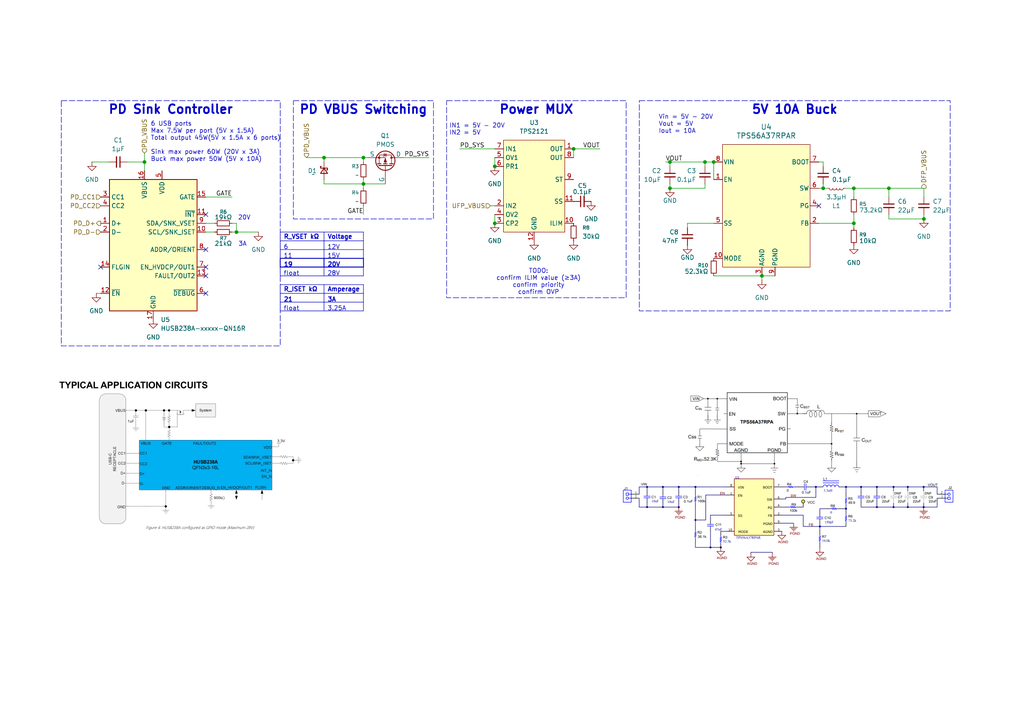
<source format=kicad_sch>
(kicad_sch (version 20250114) (generator "eeschema") (generator_version "9.0")
  (paper "A4")
  (title_block (title "Power delivery components") (date "2025-12-10") (rev "R1") (company "https://pips.engineering"))
  (lib_symbols
    (symbol "Device:C_Small" (pin_numbers (hide yes)) (pin_names (offset 0.254) (hide yes))
      (property "Reference" "C" (at 0.254 1.778 0))
      (property "Value" "C_Small" (at 0.254 -2.032 0))
      (symbol "C_Small_0_1"
        (polyline (pts (xy -1.524 0.508) (xy 1.524 0.508)) (stroke (width 0.3048)))
        (polyline (pts (xy -1.524 -0.508) (xy 1.524 -0.508)) (stroke (width 0.3302)))
      )
      (symbol "C_Small_1_1"
        (pin passive line (at 0 2.54 270) (length 2.032) (name "~") (number "1"))
        (pin passive line (at 0 -2.54 90) (length 2.032) (name "~") (number "2"))
      )
    )
    (symbol "Device:D_Schottky_Small" (pin_numbers (hide yes)) (pin_names (offset 0.254) (hide yes))
      (property "Reference" "D" (at -1.27 2.032 0))
      (property "Value" "D_Schottky_Small" (at -7.112 -2.032 0))
      (symbol "D_Schottky_Small_0_1"
        (polyline (pts (xy -1.27 0.762) (xy -1.27 1.016) (xy -0.762 1.016) (xy -0.762 -1.016) (xy -0.254 -1.016) (xy -0.254 -0.762)) (stroke (width 0.254)))
        (polyline (pts (xy -0.762 0) (xy 0.762 0)))
        (polyline (pts (xy 0.762 -1.016) (xy -0.762 0) (xy 0.762 1.016) (xy 0.762 -1.016)) (stroke (width 0.254)))
      )
      (symbol "D_Schottky_Small_1_1"
        (pin passive line (at -2.54 0 0) (length 1.778) (name "K") (number "1"))
        (pin passive line (at 2.54 0 180) (length 1.778) (name "A") (number "2"))
      )
    )
    (symbol "Device:L_Small" (pin_numbers (hide yes)) (pin_names (offset 0.254) (hide yes))
      (property "Reference" "L" (at 0.762 1.016 0))
      (property "Value" "L_Small" (at 0.762 -1.016 0))
      (symbol "L_Small_0_1"
        (arc (start 0 2.032) (mid 0.5058 1.524) (end 0 1.016))
        (arc (start 0 1.016) (mid 0.5058 0.508) (end 0 0))
        (arc (start 0 0) (mid 0.5058 -0.508) (end 0 -1.016))
        (arc (start 0 -1.016) (mid 0.5058 -1.524) (end 0 -2.032))
      )
      (symbol "L_Small_1_1"
        (pin passive line (at 0 2.54 270) (length 0.508) (name "~") (number "1"))
        (pin passive line (at 0 -2.54 90) (length 0.508) (name "~") (number "2"))
      )
    )
    (symbol "Device:R_Small" (pin_numbers (hide yes)) (pin_names (offset 0.254) (hide yes))
      (property "Reference" "R" (at 0 0 90))
      (property "Value" "R_Small" (at 1.778 0 90))
      (symbol "R_Small_0_1"
        (rectangle (start -0.762 1.778) (end 0.762 -1.778) (stroke (width 0.2032)))
      )
      (symbol "R_Small_1_1"
        (pin passive line (at 0 2.54 270) (length 0.762) (name "~") (number "1"))
        (pin passive line (at 0 -2.54 90) (length 0.762) (name "~") (number "2"))
      )
    )
    (symbol "Interface_USB:HUSB238A-xxxxx-QN16R"
      (property "Reference" "U" (at -11.176 22.352 0))
      (property "Value" "HUSB238A-xxxxx-QN16R" (at 16.764 22.352 0))
      (symbol "HUSB238A-xxxxx-QN16R_1_1"
        (rectangle (start -12.7 20.32) (end 12.7 -17.78) (stroke (width 0.254)) (fill (type background)))
        (pin bidirectional line (at -15.24 15.24 0) (length 2.54) (name "CC1") (number "3"))
        (pin bidirectional line (at -15.24 12.7 0) (length 2.54) (name "CC2") (number "4"))
        (pin bidirectional line (at -15.24 7.62 0) (length 2.54) (name "D+") (number "1"))
        (pin bidirectional line (at -15.24 5.08 0) (length 2.54) (name "D-") (number "2"))
        (pin input line (at -15.24 -5.08 0) (length 2.54) (name "FLGIN") (number "14"))
        (pin input line (at -15.24 -12.7 0) (length 2.54) (name "~{EN}") (number "12"))
        (pin power_in line (at -2.54 22.86 270) (length 2.54) (name "VBUS") (number "16"))
        (pin power_in line (at 0 -20.32 90) (length 2.54) (name "GND") (number "17"))
        (pin power_in line (at 2.54 22.86 270) (length 2.54) (name "VDD") (number "5"))
        (pin open_collector line (at 15.24 15.24 180) (length 2.54) (name "GATE") (number "15"))
        (pin open_collector line (at 15.24 10.16 180) (length 2.54) (name "~{INT}") (number "11"))
        (pin bidirectional line (at 15.24 7.62 180) (length 2.54) (name "SDA/SNK_VSET") (number "9"))
        (pin input line (at 15.24 5.08 180) (length 2.54) (name "SCL/SNK_ISET") (number "10"))
        (pin bidirectional line (at 15.24 0 180) (length 2.54) (name "ADDR/ORIENT") (number "8"))
        (pin bidirectional line (at 15.24 -5.08 180) (length 2.54) (name "EN_HVDCP/OUT1") (number "7"))
        (pin output line (at 15.24 -7.62 180) (length 2.54) (name "FAULT/OUT2") (number "13"))
        (pin output line (at 15.24 -12.7 180) (length 2.54) (name "~{DEBUG}") (number "6"))
      )
    )
    (symbol "Simulation_SPICE:PMOS" (pin_numbers (hide yes)) (pin_names (offset 0))
      (property "Reference" "Q" (at 5.08 1.27 0))
      (property "Value" "PMOS" (at 5.08 -1.27 0))
      (symbol "PMOS_0_1"
        (polyline (pts (xy 0.254 1.905) (xy 0.254 -1.905)) (stroke (width 0.254)))
        (polyline (pts (xy 0.254 0) (xy -2.54 0)))
        (polyline (pts (xy 0.762 2.286) (xy 0.762 1.27)) (stroke (width 0.254)))
        (polyline (pts (xy 0.762 1.778) (xy 3.302 1.778) (xy 3.302 -1.778) (xy 0.762 -1.778)))
        (polyline (pts (xy 0.762 0.508) (xy 0.762 -0.508)) (stroke (width 0.254)))
        (polyline (pts (xy 0.762 -1.27) (xy 0.762 -2.286)) (stroke (width 0.254)))
        (circle (center 1.651 0) (radius 2.794) (stroke (width 0.254)))
        (polyline (pts (xy 2.286 0) (xy 1.27 0.381) (xy 1.27 -0.381) (xy 2.286 0)) (fill (type outline)))
        (polyline (pts (xy 2.54 2.54) (xy 2.54 1.778)))
        (circle (center 2.54 1.778) (radius 0.254) (fill (type outline)))
        (circle (center 2.54 -1.778) (radius 0.254) (fill (type outline)))
        (polyline (pts (xy 2.54 -2.54) (xy 2.54 0) (xy 0.762 0)))
        (polyline (pts (xy 2.794 -0.508) (xy 2.921 -0.381) (xy 3.683 -0.381) (xy 3.81 -0.254)))
        (polyline (pts (xy 3.302 -0.381) (xy 2.921 0.254) (xy 3.683 0.254) (xy 3.302 -0.381)))
      )
      (symbol "PMOS_1_1"
        (pin input line (at -5.08 0 0) (length 2.54) (name "G") (number "2"))
        (pin passive line (at 2.54 5.08 270) (length 2.54) (name "D") (number "1"))
        (pin passive line (at 2.54 -5.08 90) (length 2.54) (name "S") (number "3"))
      )
    )
    (symbol "TPS2121:TPS2121"
      (property "Reference" "U" (at 0 0 0))
      (property "Value" "TPS2121" (at 0 0 0))
      (symbol "TPS2121_0_1"
        (rectangle (start -8.89 -1.27) (end 8.89 -27.94) (fill (type background)))
      )
      (symbol "TPS2121_1_1"
        (pin input line (at -11.43 -3.81 0) (length 2.54) (name "IN1") (number "7"))
        (pin input line (at -11.43 -6.35 0) (length 2.54) (name "OV1") (number "5"))
        (pin input line (at -11.43 -8.89 0) (length 2.54) (name "PR1") (number "6"))
        (pin input line (at -11.43 -20.32 0) (length 2.54) (name "IN2") (number "2"))
        (pin input line (at -11.43 -22.86 0) (length 2.54) (name "OV2") (number "4"))
        (pin input line (at -11.43 -25.4 0) (length 2.54) (name "CP2") (number "3"))
        (pin input line (at 0 -30.48 90) (length 2.54) (name "GND") (number "12"))
        (pin input line (at 11.43 -3.81 180) (length 2.54) (name "OUT") (number "1"))
        (pin input line (at 11.43 -6.35 180) (length 2.54) (name "OUT") (number "8"))
        (pin input line (at 11.43 -12.7 180) (length 2.54) (name "ST") (number "9"))
        (pin input line (at 11.43 -19.05 180) (length 2.54) (name "SS") (number "11"))
        (pin input line (at 11.43 -25.4 180) (length 2.54) (name "ILIM") (number "10"))
      )
    )
    (symbol "TPS56A37:TPS56A37RPAR" (pin_names (offset 0.254))
      (property "Reference" "U" (at 18.288 9.398 0))
      (property "Value" "TPS56A37RPAR" (at 18.034 7.112 0))
      (symbol "TPS56A37RPAR_0_1"
        (rectangle (start 5.08 5.08) (end 30.48 -30.48) (fill (type background)))
        (pin power_in line (at 2.54 0 0) (length 2.54) (name "VIN") (number "8"))
        (pin input line (at 2.54 -5.08 0) (length 2.54) (name "EN") (number "1"))
        (pin unspecified line (at 2.54 -17.78 0) (length 2.54) (name "SS") (number "5"))
        (pin unspecified line (at 2.54 -27.94 0) (length 2.54) (name "MODE") (number "10"))
        (pin power_in line (at 16.51 -33.02 90) (length 2.54) (name "AGND") (number "3"))
        (pin power_in line (at 20.32 -33.02 90) (length 2.54) (name "PGND") (number "9"))
        (pin unspecified line (at 33.02 0 180) (length 2.54) (name "BOOT") (number "7"))
        (pin unspecified line (at 33.02 -7.62 180) (length 2.54) (name "SW") (number "6"))
        (pin open_collector line (at 33.02 -12.7 180) (length 2.54) (name "PG") (number "4"))
        (pin unspecified line (at 33.02 -17.78 180) (length 2.54) (name "FB") (number "2"))
      )
    )
    (symbol "power:GND" (power) (pin_numbers (hide yes)) (pin_names (offset 0) (hide yes))
      (property "Value" "GND" (at 0 -3.81 0))
      (symbol "GND_0_1"
        (polyline (pts (xy 0 0) (xy 0 -1.27) (xy 1.27 -1.27) (xy 0 -2.54) (xy -1.27 -1.27) (xy 0 -1.27)))
      )
      (symbol "GND_1_1"
        (pin power_in line (at 0 0 270) (length 0) (name "~") (number "1"))
      )
    )
  )
  (text "20V" (at 70.866 63.246 0) (effects (font (size 1.27 1.27))))
  (text "TODO:\nconfirm ILIM value (≥3A)\nconfirm priority\nconfirm OVP" (at 156.21 81.788 0) (effects (font (size 1.27 1.27))))
  (text "3A" (at 70.358 70.866 0) (effects (font (size 1.27 1.27))))
  (text "IN1 = 5V - 20V\nIN2 = 5V" (at 130.302 37.592 0) (effects (font (size 1.27 1.27)) (justify left)))
  (text "Vin = 5V - 20V\nVout = 5V\nIout = 10A" (at 191.008 36.068 0) (effects (font (size 1.27 1.27)) (justify left)))
  (text "6 USB ports\nMax 7.5W per port (5V x 1.5A)\nTotal output 45W(5V x 1.5A x 6 ports)\n\nSink max power 60W (20V x 3A)\nBuck max power 50W (5V x 10A)" (at 43.688 41.148 0) (effects (font (size 1.27 1.27)) (justify left)))
  (text_box "PD Sink Controller" (at 17.78 29.21 0) (size 63.5 71.12) (margins 0.9525 0.9525 0.9525 0.9525) (stroke (width 0) (type dash)) (effects (font (size 2.54 2.54) (thickness 0.508) (bold yes)) (justify top)))
  (text_box "PD VBUS Switching" (at 85.09 29.21 0) (size 40.64 34.29) (margins 0.9525 0.9525 0.9525 0.9525) (stroke (width 0) (type dash)) (effects (font (size 2.54 2.54) (thickness 0.508) (bold yes)) (justify top)))
  (text_box "5V 10A Buck\n" (at 185.42 29.21 0) (size 90.17 60.96) (margins 0.9525 0.9525 0.9525 0.9525) (stroke (width 0) (type dash)) (effects (font (size 2.54 2.54) (thickness 0.508) (bold yes)) (justify top)))
  (text_box "Power MUX" (at 129.54 29.21 0) (size 52.07 57.15) (margins 0.9525 0.9525 0.9525 0.9525) (stroke (width 0) (type dash)) (effects (font (size 2.54 2.54) (thickness 0.508) (bold yes)) (justify top)))
  (junction (at 194.31 46.99))
  (junction (at 207.01 46.99))
  (junction (at 204.47 46.99))
  (junction (at 166.37 43.18))
  (junction (at 267.97 63.5))
  (junction (at 93.98 45.72))
  (junction (at 41.91 46.99))
  (junction (at 238.76 54.61))
  (junction (at 257.81 54.61))
  (junction (at 143.51 48.26))
  (junction (at 143.51 64.77))
  (junction (at 247.65 64.77))
  (junction (at 247.65 54.61))
  (junction (at 105.41 45.72))
  (junction (at 68.58 67.31))
  (junction (at 194.31 54.61))
  (junction (at 105.41 53.34))
  (junction (at 220.98 80.01))
  (no_connect (at 59.69 85.09))
  (no_connect (at 59.69 77.47))
  (no_connect (at 59.69 72.39))
  (no_connect (at 59.69 80.01))
  (no_connect (at 237.49 59.69))
  (no_connect (at 29.21 77.47))
  (no_connect (at 59.69 62.23))
  (wire (pts (xy 93.98 45.72) (xy 93.98 46.99)))
  (wire (pts (xy 67.31 57.15) (xy 59.69 57.15)))
  (wire (pts (xy 105.41 45.72) (xy 106.68 45.72)))
  (wire (pts (xy 93.98 45.72) (xy 105.41 45.72)))
  (wire (pts (xy 204.47 54.61) (xy 204.47 53.34)))
  (wire (pts (xy 247.65 57.15) (xy 247.65 54.61)))
  (wire (pts (xy 238.76 53.34) (xy 238.76 54.61)))
  (wire (pts (xy 199.39 64.77) (xy 199.39 66.04)))
  (wire (pts (xy 166.37 43.18) (xy 166.37 45.72)))
  (wire (pts (xy 247.65 54.61) (xy 245.11 54.61)))
  (wire (pts (xy 257.81 54.61) (xy 267.97 54.61)))
  (wire (pts (xy 220.98 80.01) (xy 224.79 80.01)))
  (wire (pts (xy 194.31 54.61) (xy 194.31 53.34)))
  (wire (pts (xy 105.41 53.34) (xy 111.76 53.34)))
  (wire (pts (xy 257.81 63.5) (xy 267.97 63.5)))
  (wire (pts (xy 267.97 63.5) (xy 267.97 62.23)))
  (wire (pts (xy 27.94 85.09) (xy 29.21 85.09)))
  (wire (pts (xy 247.65 54.61) (xy 257.81 54.61)))
  (wire (pts (xy 238.76 54.61) (xy 240.03 54.61)))
  (wire (pts (xy 105.41 62.23) (xy 105.41 59.69)))
  (wire (pts (xy 238.76 46.99) (xy 238.76 48.26)))
  (wire (pts (xy 68.58 67.31) (xy 67.31 67.31)))
  (wire (pts (xy 207.01 46.99) (xy 207.01 52.07)))
  (wire (pts (xy 237.49 64.77) (xy 247.65 64.77)))
  (wire (pts (xy 124.46 45.72) (xy 116.84 45.72)))
  (wire (pts (xy 68.58 64.77) (xy 67.31 64.77)))
  (wire (pts (xy 143.51 45.72) (xy 143.51 48.26)))
  (wire (pts (xy 194.31 54.61) (xy 204.47 54.61)))
  (wire (pts (xy 41.91 46.99) (xy 41.91 49.53)))
  (wire (pts (xy 237.49 46.99) (xy 238.76 46.99)))
  (wire (pts (xy 26.67 46.99) (xy 31.75 46.99)))
  (wire (pts (xy 194.31 46.99) (xy 204.47 46.99)))
  (wire (pts (xy 204.47 48.26) (xy 204.47 46.99)))
  (wire (pts (xy 193.04 46.99) (xy 194.31 46.99)))
  (wire (pts (xy 220.98 81.28) (xy 220.98 80.01)))
  (wire (pts (xy 143.51 62.23) (xy 143.51 64.77)))
  (wire (pts (xy 257.81 57.15) (xy 257.81 54.61)))
  (wire (pts (xy 247.65 66.04) (xy 247.65 64.77)))
  (wire (pts (xy 142.24 59.69) (xy 143.51 59.69)))
  (wire (pts (xy 88.9 45.72) (xy 93.98 45.72)))
  (wire (pts (xy 62.23 67.31) (xy 59.69 67.31)))
  (wire (pts (xy 68.58 67.31) (xy 74.93 67.31)))
  (wire (pts (xy 105.41 46.99) (xy 105.41 45.72)))
  (wire (pts (xy 207.01 80.01) (xy 220.98 80.01)))
  (wire (pts (xy 257.81 63.5) (xy 257.81 62.23)))
  (wire (pts (xy 36.83 46.99) (xy 41.91 46.99)))
  (wire (pts (xy 194.31 46.99) (xy 194.31 48.26)))
  (wire (pts (xy 133.35 43.18) (xy 143.51 43.18)))
  (wire (pts (xy 93.98 53.34) (xy 93.98 52.07)))
  (wire (pts (xy 41.91 44.45) (xy 41.91 46.99)))
  (wire (pts (xy 267.97 54.61) (xy 267.97 57.15)))
  (wire (pts (xy 204.47 46.99) (xy 207.01 46.99)))
  (wire (pts (xy 237.49 54.61) (xy 238.76 54.61)))
  (wire (pts (xy 105.41 54.61) (xy 105.41 53.34)))
  (wire (pts (xy 62.23 64.77) (xy 59.69 64.77)))
  (wire (pts (xy 199.39 64.77) (xy 207.01 64.77)))
  (wire (pts (xy 173.99 43.18) (xy 166.37 43.18)))
  (wire (pts (xy 105.41 53.34) (xy 105.41 52.07)))
  (wire (pts (xy 105.41 53.34) (xy 93.98 53.34)))
  (wire (pts (xy 247.65 62.23) (xy 247.65 64.77)))
  (wire (pts (xy 68.58 64.77) (xy 68.58 67.31)))
  (image (at 228.6 151.13) (scale 0.237199))
  (image (at 227.33 124.46) (scale 0.313275))
  (image (at 53.34 132.08) (scale 0.13355))
  (table (column_count 2) (border (external yes) (header yes)) (separators (rows yes) (cols yes)) (column_widths 12.7 11.43) (row_heights 2.54) (cells (table_cell "float" (at 81.28 77.47 0) (size 12.7 2.54) (margins 0.9525 0.9525 0.9525 0.9525) (span 1 1)) (table_cell "28V" (at 93.98 77.47 0) (size 11.43 2.54) (margins 0.9525 0.9525 0.9525 0.9525) (span 1 1))))
  (table (column_count 2) (border (external yes) (header yes)) (separators (rows yes) (cols yes)) (column_widths 12.7 11.43) (row_heights 2.54) (cells (table_cell "19" (at 81.28 74.93 0) (size 12.7 2.54) (margins 0.9525 0.9525 0.9525 0.9525) (span 1 1)) (table_cell "20V" (at 93.98 74.93 0) (size 11.43 2.54) (margins 0.9525 0.9525 0.9525 0.9525) (span 1 1))))
  (table (column_count 2) (border (external yes) (header yes)) (separators (rows yes) (cols yes)) (column_widths 12.7 11.43) (row_heights 2.54 2.54 2.54) (cells (table_cell "R_VSET kΩ" (at 81.28 67.31 0) (size 12.7 2.54) (margins 0.9525 0.9525 0.9525 0.9525) (span 1 1)) (table_cell "Voltage" (at 93.98 67.31 0) (size 11.43 2.54) (margins 0.9525 0.9525 0.9525 0.9525) (span 1 1)) (table_cell "6" (at 81.28 69.85 0) (size 12.7 2.54) (margins 0.9525 0.9525 0.9525 0.9525) (span 1 1)) (table_cell "12V" (at 93.98 69.85 0) (size 11.43 2.54) (margins 0.9525 0.9525 0.9525 0.9525) (span 1 1)) (table_cell "11" (at 81.28 72.39 0) (size 12.7 2.54) (margins 0.9525 0.9525 0.9525 0.9525) (span 1 1)) (table_cell "15V" (at 93.98 72.39 0) (size 11.43 2.54) (margins 0.9525 0.9525 0.9525 0.9525) (span 1 1))))
  (table (column_count 2) (border (external yes) (header yes)) (separators (rows yes) (cols yes)) (column_widths 12.7 11.43) (row_heights 2.54 2.54 2.54) (cells (table_cell "R_ISET kΩ" (at 81.28 82.55 0) (size 12.7 2.54) (margins 0.9525 0.9525 0.9525 0.9525) (span 1 1)) (table_cell "Amperage" (at 93.98 82.55 0) (size 11.43 2.54) (margins 0.9525 0.9525 0.9525 0.9525) (span 1 1)) (table_cell "21" (at 81.28 85.09 0) (size 12.7 2.54) (margins 0.9525 0.9525 0.9525 0.9525) (span 1 1)) (table_cell "3A" (at 93.98 85.09 0) (size 11.43 2.54) (margins 0.9525 0.9525 0.9525 0.9525) (span 1 1)) (table_cell "float" (at 81.28 87.63 0) (size 12.7 2.54) (margins 0.9525 0.9525 0.9525 0.9525) (span 1 1)) (table_cell "3.25A" (at 93.98 87.63 0) (size 11.43 2.54) (margins 0.9525 0.9525 0.9525 0.9525) (span 1 1))))
  (label "GATE" (at 67.31 57.15 180))
  (label "GATE" (at 105.41 62.23 180))
  (label "VOUT" (at 173.99 43.18 180))
  (label "VOUT" (at 193.04 46.99 0))
  (label "PD_SYS" (at 124.46 45.72 180))
  (label "PD_SYS" (at 133.35 43.18 0))
  (hierarchical_label "PD_CC1" (shape input) (at 29.21 57.15 180))
  (hierarchical_label "PD_VBUS" (shape input) (at 41.91 44.45 90))
  (hierarchical_label "PD_CC2" (shape input) (at 29.21 59.69 180))
  (hierarchical_label "UFP_VBUS" (shape input) (at 142.24 59.69 180))
  (hierarchical_label "PD_VBUS" (shape input) (at 88.9 45.72 90))
  (hierarchical_label "PD_D-" (shape input) (at 29.21 67.31 180))
  (hierarchical_label "PD_D+" (shape output) (at 29.21 64.77 180))
  (hierarchical_label "DFP_VBUS" (shape output) (at 267.97 54.61 90))
  (symbol (lib_id "Device:C_Small") (at 204.47 50.8 0) (mirror y) (unit 1)
    (property "Reference" "C3" (at 201.93 49.5362 0) (effects (justify left)))
    (property "Value" "0.1μF" (at 201.93 52.0762 0) (effects (justify left)))
    (property "Footprint" "Capacitor_SMD:C_0603_1608Metric" (effects (hide yes)))
    (property "Description" "Unpolarized capacitor, small symbol" (effects (hide yes)))
  )
  (symbol (lib_id "Device:C_Small") (at 238.76 50.8 0) (unit 1)
    (property "Reference" "C4" (at 241.3 49.5362 0) (effects (justify left)))
    (property "Value" "0.1μF" (at 241.3 52.0762 0) (effects (justify left)))
    (property "Footprint" "Capacitor_SMD:C_0603_1608Metric" (effects (hide yes)))
    (property "Description" "Unpolarized capacitor, small symbol" (effects (hide yes)))
  )
  (symbol (lib_id "Device:R_Small") (at 105.41 57.15 0) (unit 1)
    (property "Reference" "R4" (at 104.14 55.88 0) (effects (font (size 1.016 1.016)) (justify right)))
    (property "Value" "~" (at 104.14 58.42 0) (effects (justify right)))
    (property "Footprint" "Resistor_SMD:R_0603_1608Metric" (effects (hide yes)))
    (property "Description" "Resistor, small symbol" (effects (hide yes)))
  )
  (symbol (lib_id "Device:C_Small") (at 267.97 59.69 0) (unit 1)
    (property "Reference" "C7" (at 270.51 58.4262 0) (effects (justify left)))
    (property "Value" "22μF" (at 270.51 60.9662 0) (effects (justify left)))
    (property "Footprint" "Capacitor_SMD:C_1206_3216Metric" (effects (hide yes)))
    (property "Description" "Unpolarized capacitor, small symbol" (effects (hide yes)))
  )
  (symbol (lib_id "TPS2121:TPS2121") (at 154.94 39.37 0) (unit 1)
    (property "Reference" "U3" (at 154.94 35.56 0))
    (property "Value" "TPS2121" (at 154.94 38.1 0))
    (property "Footprint" "Package_DFN_QFN:Texas_VQFN-HR-12_2x2.5mm_P0.5mm_ThermalVias" (effects (hide yes)))
    (property "Datasheet" "https://www.ti.com/cn/lit/ds/symlink/tps2121.pdf?ts=1760820576035&ref_url=https%253A%252F%252Fjlcpcb.com%252F" (effects (hide yes)))
    (property "Description" "TI ORing Controller PMIC" (effects (hide yes)))
    (property "LCSC Part #" "C485916" (effects (hide yes)))
  )
  (symbol (lib_id "Device:C_Small") (at 194.31 50.8 0) (mirror y) (unit 1)
    (property "Reference" "C2" (at 191.77 49.5362 0) (effects (justify left)))
    (property "Value" "10μF" (at 191.77 52.0762 0) (effects (justify left)))
    (property "Footprint" "Capacitor_SMD:C_1206_3216Metric" (effects (hide yes)))
    (property "Description" "Unpolarized capacitor, small symbol" (effects (hide yes)))
  )
  (symbol (lib_id "power:GND") (at 166.37 69.85 0) (unit 1)
    (property "Reference" "#PWR014" (effects (hide yes)))
    (property "Value" "GND" (at 166.37 74.93 0))
    (property "Description" "Power symbol creates a global label with name \"GND\" , ground" (effects (hide yes)))
  )
  (symbol (lib_id "power:GND") (at 267.97 63.5 0) (unit 1)
    (property "Reference" "#PWR010" (effects (hide yes)))
    (property "Value" "GND" (at 267.97 68.58 0))
    (property "Description" "Power symbol creates a global label with name \"GND\" , ground" (effects (hide yes)))
  )
  (symbol (lib_id "Device:C_Small") (at 199.39 68.58 0) (mirror y) (unit 1)
    (property "Reference" "C8" (at 196.85 67.3162 0) (effects (justify left)))
    (property "Value" "47nF" (at 196.85 69.8562 0) (effects (justify left)))
    (property "Footprint" "Capacitor_SMD:C_0603_1608Metric" (effects (hide yes)))
    (property "Description" "Unpolarized capacitor, small symbol" (effects (hide yes)))
  )
  (symbol (lib_id "Device:R_Small") (at 105.41 49.53 0) (unit 1)
    (property "Reference" "R3" (at 104.14 48.26 0) (effects (font (size 1.016 1.016)) (justify right)))
    (property "Value" "~" (at 104.14 50.8 0) (effects (justify right)))
    (property "Footprint" "Resistor_SMD:R_0603_1608Metric" (effects (hide yes)))
    (property "Description" "Resistor, small symbol" (effects (hide yes)))
  )
  (symbol (lib_id "power:GND") (at 220.98 81.28 0) (unit 1)
    (property "Reference" "#PWR017" (effects (hide yes)))
    (property "Value" "GND" (at 220.98 86.36 0))
    (property "Description" "Power symbol creates a global label with name \"GND\" , ground" (effects (hide yes)))
  )
  (symbol (lib_id "Device:R_Small") (at 247.65 68.58 0) (mirror y) (unit 1)
    (property "Reference" "R9" (at 249.174 68.072 0) (effects (font (size 1.016 1.016)) (justify right)))
    (property "Value" "10kΩ" (at 249.174 69.85 0) (effects (justify right)))
    (property "Footprint" "Resistor_SMD:R_0603_1608Metric" (effects (hide yes)))
    (property "Description" "Resistor, small symbol" (effects (hide yes)))
  )
  (symbol (lib_id "power:GND") (at 143.51 64.77 0) (unit 1)
    (property "Reference" "#PWR011" (effects (hide yes)))
    (property "Value" "GND" (at 143.51 69.85 0))
    (property "Description" "Power symbol creates a global label with name \"GND\" , ground" (effects (hide yes)))
  )
  (symbol (lib_id "Device:R_Small") (at 166.37 67.31 0) (unit 1)
    (property "Reference" "R8" (at 168.91 66.0399 0) (effects (font (size 1.016 1.016)) (justify left)))
    (property "Value" "30kΩ" (at 168.91 68.5799 0) (effects (justify left)))
    (property "Footprint" "Resistor_SMD:R_0603_1608Metric" (effects (hide yes)))
    (property "Description" "Resistor, small symbol" (effects (hide yes)))
  )
  (symbol (lib_id "Interface_USB:HUSB238A-xxxxx-QN16R") (at 44.45 72.39 0) (unit 1)
    (property "Reference" "U5" (at 46.5933 92.71 0) (effects (justify left)))
    (property "Value" "HUSB238A-xxxxx-QN16R" (at 46.5933 95.25 0) (effects (justify left)))
    (property "Footprint" "Package_DFN_QFN:WQFN-16-1EP_3x3mm_P0.5mm_EP1.75x1.75mm" (effects (hide yes)))
    (property "Datasheet" "https://www.lcsc.com/datasheet/lcsc_datasheet_2412301710_Hynetek-HUSB238A-BB001-QN16R_C24833806.pdf" (effects (hide yes)))
    (property "Description" "USB-PD Sink IC Port Controller, VBUS = 3..48V, USB Type-C rev. 2.1, USB-PD rev. 3.1, BC1.2, QC2.0, WQFN-16" (effects (hide yes)))
  )
  (symbol (lib_id "TPS56A37:TPS56A37RPAR") (at 204.47 46.99 0) (unit 1)
    (property "Reference" "U4" (at 222.25 36.83 0) (effects (font (size 1.524 1.524))))
    (property "Value" "TPS56A37RPAR" (at 222.25 39.37 0) (effects (font (size 1.524 1.524))))
    (property "Footprint" "TPS56A37:TPS56A37" (effects (hide yes)))
    (property "Datasheet" "https://www.ti.com/lit/gpn/tps56a37" (effects (hide yes)))
    (property "LCSC Part #" "C22392669" (effects (hide yes)))
  )
  (symbol (lib_id "power:GND") (at 199.39 71.12 0) (unit 1)
    (property "Reference" "#PWR015" (effects (hide yes)))
    (property "Value" "GND" (at 199.39 74.676 0))
    (property "Description" "Power symbol creates a global label with name \"GND\" , ground" (effects (hide yes)))
  )
  (symbol (lib_id "Device:R_Small") (at 247.65 59.69 0) (mirror y) (unit 1)
    (property "Reference" "R5" (at 249.174 59.182 0) (effects (font (size 1.016 1.016)) (justify right)))
    (property "Value" "73.2kΩ" (at 249.174 60.96 0) (effects (justify right)))
    (property "Footprint" "Resistor_SMD:R_0603_1608Metric" (effects (hide yes)))
    (property "Description" "Resistor, small symbol" (effects (hide yes)))
  )
  (symbol (lib_id "power:GND") (at 154.94 69.85 0) (unit 1)
    (property "Reference" "#PWR013" (effects (hide yes)))
    (property "Value" "GND" (at 154.94 74.93 0))
    (property "Description" "Power symbol creates a global label with name \"GND\" , ground" (effects (hide yes)))
  )
  (symbol (lib_id "Device:R_Small") (at 207.01 77.47 0) (unit 1)
    (property "Reference" "R10" (at 205.486 76.962 0) (effects (font (size 1.016 1.016)) (justify right)))
    (property "Value" "52.3kΩ" (at 205.486 78.74 0) (effects (justify right)))
    (property "Footprint" "Resistor_SMD:R_0603_1608Metric" (effects (hide yes)))
    (property "Description" "Resistor, small symbol" (effects (hide yes)))
  )
  (symbol (lib_id "power:GND") (at 143.51 48.26 0) (unit 1)
    (property "Reference" "#PWR07" (effects (hide yes)))
    (property "Value" "GND" (at 143.51 53.34 0))
    (property "Description" "Power symbol creates a global label with name \"GND\" , ground" (effects (hide yes)))
  )
  (symbol (lib_id "power:GND") (at 26.67 46.99 0) (unit 1)
    (property "Reference" "#PWR06" (effects (hide yes)))
    (property "Value" "GND" (at 26.67 52.07 0))
    (property "Description" "Power symbol creates a global label with name \"GND\" , ground" (effects (hide yes)))
  )
  (symbol (lib_id "power:GND") (at 74.93 67.31 0) (unit 1)
    (property "Reference" "#PWR012" (effects (hide yes)))
    (property "Value" "GND" (at 74.93 72.39 0))
    (property "Description" "Power symbol creates a global label with name \"GND\" , ground" (effects (hide yes)))
  )
  (symbol (lib_id "Device:R_Small") (at 64.77 67.31 90) (unit 1)
    (property "Reference" "R7" (at 64.77 69.088 90) (effects (font (size 1.016 1.016))))
    (property "Value" "21kΩ" (at 64.77 70.612 90))
    (property "Footprint" "Resistor_SMD:R_0603_1608Metric" (effects (hide yes)))
    (property "Description" "Resistor, small symbol" (effects (hide yes)))
  )
  (symbol (lib_id "power:GND") (at 247.65 71.12 0) (unit 1)
    (property "Reference" "#PWR016" (effects (hide yes)))
    (property "Value" "GND" (at 247.65 76.2 0))
    (property "Description" "Power symbol creates a global label with name \"GND\" , ground" (effects (hide yes)))
  )
  (symbol (lib_id "power:GND") (at 44.45 92.71 0) (unit 1)
    (property "Reference" "#PWR019" (effects (hide yes)))
    (property "Value" "GND" (at 44.45 97.79 0))
    (property "Description" "Power symbol creates a global label with name \"GND\" , ground" (effects (hide yes)))
  )
  (symbol (lib_id "Device:D_Schottky_Small") (at 93.98 49.53 90) (mirror x) (unit 1)
    (property "Reference" "D1" (at 91.948 49.53 90) (effects (justify left)))
    (property "Value" "~" (at 91.44 50.5459 90) (effects (justify left)))
    (property "Description" "Schottky diode, small symbol" (effects (hide yes)))
  )
  (symbol (lib_id "Device:L_Small") (at 242.57 54.61 270) (unit 1)
    (property "Reference" "L1" (at 242.57 59.69 90))
    (property "Value" "3.3μH" (at 242.57 57.15 90))
    (property "Description" "Inductor, small symbol" (effects (hide yes)))
  )
  (symbol (lib_id "Device:C_Small") (at 34.29 46.99 270) (mirror x) (unit 1)
    (property "Reference" "C1" (at 34.2836 40.64 90))
    (property "Value" "1μF" (at 34.2836 43.18 90))
    (property "Footprint" "Capacitor_SMD:C_0603_1608Metric" (effects (hide yes)))
    (property "Description" "Unpolarized capacitor, small symbol" (effects (hide yes)))
  )
  (symbol (lib_id "power:GND") (at 27.94 85.09 0) (unit 1)
    (property "Reference" "#PWR018" (effects (hide yes)))
    (property "Value" "GND" (at 27.94 90.17 0))
    (property "Description" "Power symbol creates a global label with name \"GND\" , ground" (effects (hide yes)))
  )
  (symbol (lib_id "power:GND") (at 171.45 58.42 0) (unit 1)
    (property "Reference" "#PWR09" (effects (hide yes)))
    (property "Value" "GND" (at 171.45 63.5 0))
    (property "Description" "Power symbol creates a global label with name \"GND\" , ground" (effects (hide yes)))
  )
  (symbol (lib_id "Simulation_SPICE:PMOS") (at 111.76 48.26 270) (mirror x) (unit 1)
    (property "Reference" "Q1" (at 111.76 39.37 90))
    (property "Value" "PMOS" (at 111.76 41.91 90))
    (property "Datasheet" "https://ngspice.sourceforge.io/docs/ngspice-html-manual/manual.xhtml#cha_MOSFETs" (effects (hide yes)))
    (property "Description" "P-MOSFET transistor, drain/source/gate" (effects (hide yes)))
    (property "Sim.Device" "PMOS" (effects (hide yes)))
    (property "Sim.Type" "VDMOS" (effects (hide yes)))
    (property "Sim.Pins" "1=D 2=G 3=S" (effects (hide yes)))
  )
  (symbol (lib_id "Device:C_Small") (at 168.91 58.42 90) (unit 1)
    (property "Reference" "C5" (at 168.91 53.848 90))
    (property "Value" "0.1μF" (at 168.91 55.626 90))
    (property "Footprint" "Capacitor_SMD:C_0603_1608Metric" (effects (hide yes)))
    (property "Description" "Unpolarized capacitor, small symbol" (effects (hide yes)))
  )
  (symbol (lib_id "Device:R_Small") (at 64.77 64.77 90) (unit 1)
    (property "Reference" "R6" (at 64.77 61.468 90) (effects (font (size 1.016 1.016))))
    (property "Value" "19kΩ" (at 64.77 62.992 90))
    (property "Footprint" "Resistor_SMD:R_0603_1608Metric" (effects (hide yes)))
    (property "Description" "Resistor, small symbol" (effects (hide yes)))
  )
  (symbol (lib_id "Device:C_Small") (at 257.81 59.69 0) (unit 1)
    (property "Reference" "C6" (at 260.35 58.4262 0) (effects (justify left)))
    (property "Value" "22μF" (at 260.35 60.9662 0) (effects (justify left)))
    (property "Footprint" "Capacitor_SMD:C_1206_3216Metric" (effects (hide yes)))
    (property "Description" "Unpolarized capacitor, small symbol" (effects (hide yes)))
  )
  (symbol (lib_id "power:GND") (at 194.31 54.61 0) (unit 1)
    (property "Reference" "#PWR08" (effects (hide yes)))
    (property "Value" "GND" (at 194.31 58.166 0))
    (property "Description" "Power symbol creates a global label with name \"GND\" , ground" (effects (hide yes)))
  )
)
</source>
